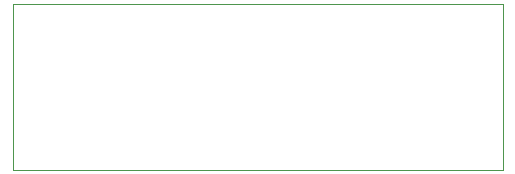
<source format=gbr>
%TF.GenerationSoftware,KiCad,Pcbnew,8.0.0*%
%TF.CreationDate,2024-04-12T16:45:35+09:00*%
%TF.ProjectId,putter,70757474-6572-42e6-9b69-6361645f7063,rev?*%
%TF.SameCoordinates,Original*%
%TF.FileFunction,Profile,NP*%
%FSLAX46Y46*%
G04 Gerber Fmt 4.6, Leading zero omitted, Abs format (unit mm)*
G04 Created by KiCad (PCBNEW 8.0.0) date 2024-04-12 16:45:35*
%MOMM*%
%LPD*%
G01*
G04 APERTURE LIST*
%TA.AperFunction,Profile*%
%ADD10C,0.050000*%
%TD*%
G04 APERTURE END LIST*
D10*
X95500000Y-60000000D02*
X137000000Y-60000000D01*
X137000000Y-74000000D01*
X95500000Y-74000000D01*
X95500000Y-60000000D01*
M02*

</source>
